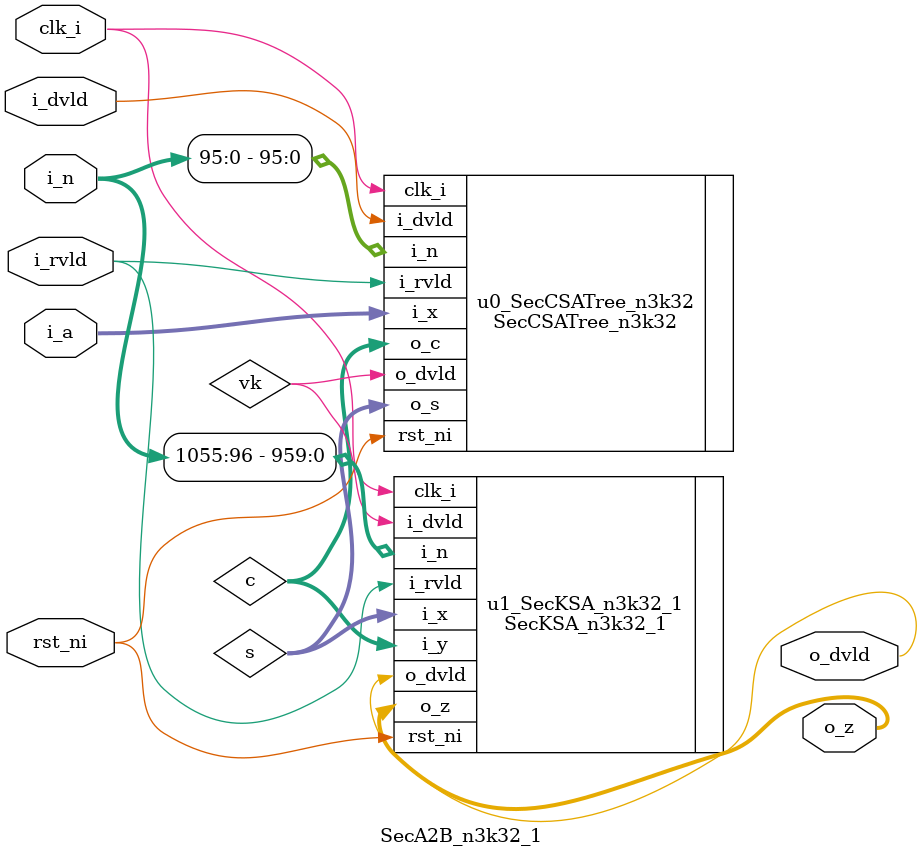
<source format=v>

`timescale 1ns/1ps
module SecA2B_n3k32_1(
    input  wire          clk_i,
    input  wire          rst_ni,
    input  wire          i_dvld,
    input  wire          i_rvld,
    input  wire [1055:0] i_n,
    input  wire   [95:0] i_a,
    output wire   [95:0] o_z,
    output wire          o_dvld);

wire     [95:0] s;
wire     [95:0] c;
wire            vk;

// ------------------------------------------------------------------------------
// Do SecCSAtree instance
// ------------------------------------------------------------------------------
SecCSATree_n3k32
  u0_SecCSATree_n3k32
   (.clk_i  (clk_i),
    .rst_ni (rst_ni),
    .i_dvld (i_dvld),
    .i_rvld (i_rvld),
    .i_n    (i_n[0+:96]),
    .i_x    (i_a),
    .o_s    (s),
    .o_c    (c),
    .o_dvld (vk));



// ------------------------------------------------------------------------------
// Do SecKSA instance
// ------------------------------------------------------------------------------
SecKSA_n3k32_1
  u1_SecKSA_n3k32_1
   (.clk_i  (clk_i),
    .rst_ni (rst_ni),
    .i_dvld (vk),
    .i_rvld (i_rvld),
    .i_n    (i_n[96+:960]),
    .i_x    (s),
    .i_y    (c),
    .o_z    (o_z),
    .o_dvld (o_dvld));


endmodule

</source>
